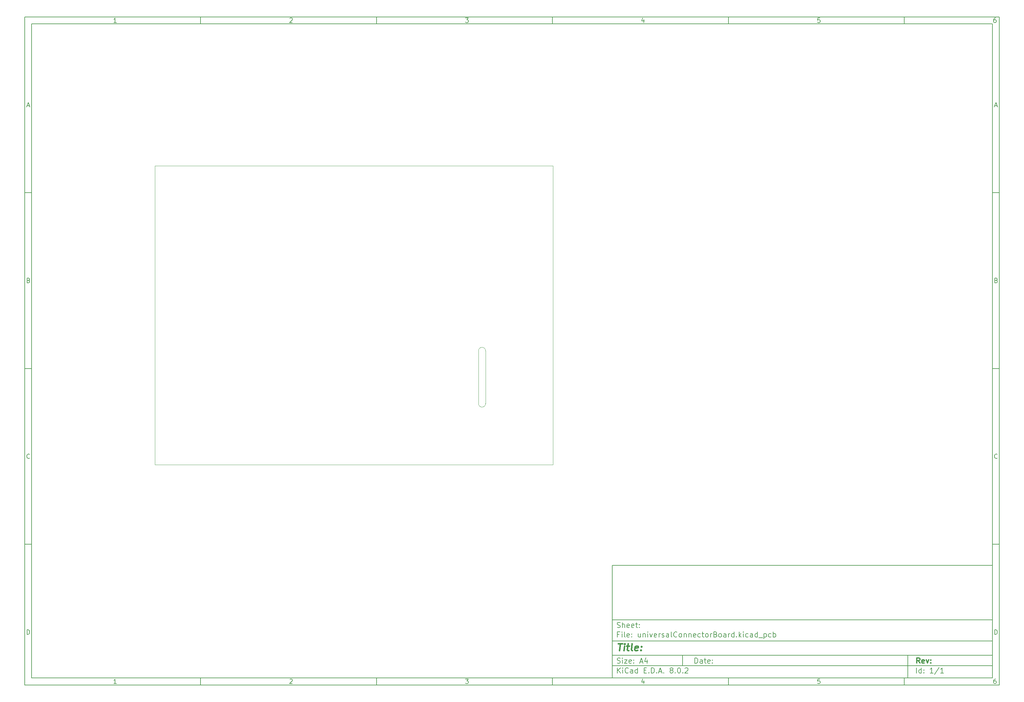
<source format=gm1>
G04 #@! TF.GenerationSoftware,KiCad,Pcbnew,8.0.2*
G04 #@! TF.CreationDate,2024-05-26T03:41:07+02:00*
G04 #@! TF.ProjectId,universalConnectorBoard,756e6976-6572-4736-916c-436f6e6e6563,rev?*
G04 #@! TF.SameCoordinates,Original*
G04 #@! TF.FileFunction,Profile,NP*
%FSLAX46Y46*%
G04 Gerber Fmt 4.6, Leading zero omitted, Abs format (unit mm)*
G04 Created by KiCad (PCBNEW 8.0.2) date 2024-05-26 03:41:07*
%MOMM*%
%LPD*%
G01*
G04 APERTURE LIST*
%ADD10C,0.100000*%
%ADD11C,0.150000*%
%ADD12C,0.300000*%
%ADD13C,0.400000*%
G04 #@! TA.AperFunction,Profile*
%ADD14C,0.100000*%
G04 #@! TD*
G04 APERTURE END LIST*
D10*
D11*
X177002200Y-166007200D02*
X285002200Y-166007200D01*
X285002200Y-198007200D01*
X177002200Y-198007200D01*
X177002200Y-166007200D01*
D10*
D11*
X10000000Y-10000000D02*
X287002200Y-10000000D01*
X287002200Y-200007200D01*
X10000000Y-200007200D01*
X10000000Y-10000000D01*
D10*
D11*
X12000000Y-12000000D02*
X285002200Y-12000000D01*
X285002200Y-198007200D01*
X12000000Y-198007200D01*
X12000000Y-12000000D01*
D10*
D11*
X60000000Y-12000000D02*
X60000000Y-10000000D01*
D10*
D11*
X110000000Y-12000000D02*
X110000000Y-10000000D01*
D10*
D11*
X160000000Y-12000000D02*
X160000000Y-10000000D01*
D10*
D11*
X210000000Y-12000000D02*
X210000000Y-10000000D01*
D10*
D11*
X260000000Y-12000000D02*
X260000000Y-10000000D01*
D10*
D11*
X36089160Y-11593604D02*
X35346303Y-11593604D01*
X35717731Y-11593604D02*
X35717731Y-10293604D01*
X35717731Y-10293604D02*
X35593922Y-10479319D01*
X35593922Y-10479319D02*
X35470112Y-10603128D01*
X35470112Y-10603128D02*
X35346303Y-10665033D01*
D10*
D11*
X85346303Y-10417414D02*
X85408207Y-10355509D01*
X85408207Y-10355509D02*
X85532017Y-10293604D01*
X85532017Y-10293604D02*
X85841541Y-10293604D01*
X85841541Y-10293604D02*
X85965350Y-10355509D01*
X85965350Y-10355509D02*
X86027255Y-10417414D01*
X86027255Y-10417414D02*
X86089160Y-10541223D01*
X86089160Y-10541223D02*
X86089160Y-10665033D01*
X86089160Y-10665033D02*
X86027255Y-10850747D01*
X86027255Y-10850747D02*
X85284398Y-11593604D01*
X85284398Y-11593604D02*
X86089160Y-11593604D01*
D10*
D11*
X135284398Y-10293604D02*
X136089160Y-10293604D01*
X136089160Y-10293604D02*
X135655826Y-10788842D01*
X135655826Y-10788842D02*
X135841541Y-10788842D01*
X135841541Y-10788842D02*
X135965350Y-10850747D01*
X135965350Y-10850747D02*
X136027255Y-10912652D01*
X136027255Y-10912652D02*
X136089160Y-11036461D01*
X136089160Y-11036461D02*
X136089160Y-11345985D01*
X136089160Y-11345985D02*
X136027255Y-11469795D01*
X136027255Y-11469795D02*
X135965350Y-11531700D01*
X135965350Y-11531700D02*
X135841541Y-11593604D01*
X135841541Y-11593604D02*
X135470112Y-11593604D01*
X135470112Y-11593604D02*
X135346303Y-11531700D01*
X135346303Y-11531700D02*
X135284398Y-11469795D01*
D10*
D11*
X185965350Y-10726938D02*
X185965350Y-11593604D01*
X185655826Y-10231700D02*
X185346303Y-11160271D01*
X185346303Y-11160271D02*
X186151064Y-11160271D01*
D10*
D11*
X236027255Y-10293604D02*
X235408207Y-10293604D01*
X235408207Y-10293604D02*
X235346303Y-10912652D01*
X235346303Y-10912652D02*
X235408207Y-10850747D01*
X235408207Y-10850747D02*
X235532017Y-10788842D01*
X235532017Y-10788842D02*
X235841541Y-10788842D01*
X235841541Y-10788842D02*
X235965350Y-10850747D01*
X235965350Y-10850747D02*
X236027255Y-10912652D01*
X236027255Y-10912652D02*
X236089160Y-11036461D01*
X236089160Y-11036461D02*
X236089160Y-11345985D01*
X236089160Y-11345985D02*
X236027255Y-11469795D01*
X236027255Y-11469795D02*
X235965350Y-11531700D01*
X235965350Y-11531700D02*
X235841541Y-11593604D01*
X235841541Y-11593604D02*
X235532017Y-11593604D01*
X235532017Y-11593604D02*
X235408207Y-11531700D01*
X235408207Y-11531700D02*
X235346303Y-11469795D01*
D10*
D11*
X285965350Y-10293604D02*
X285717731Y-10293604D01*
X285717731Y-10293604D02*
X285593922Y-10355509D01*
X285593922Y-10355509D02*
X285532017Y-10417414D01*
X285532017Y-10417414D02*
X285408207Y-10603128D01*
X285408207Y-10603128D02*
X285346303Y-10850747D01*
X285346303Y-10850747D02*
X285346303Y-11345985D01*
X285346303Y-11345985D02*
X285408207Y-11469795D01*
X285408207Y-11469795D02*
X285470112Y-11531700D01*
X285470112Y-11531700D02*
X285593922Y-11593604D01*
X285593922Y-11593604D02*
X285841541Y-11593604D01*
X285841541Y-11593604D02*
X285965350Y-11531700D01*
X285965350Y-11531700D02*
X286027255Y-11469795D01*
X286027255Y-11469795D02*
X286089160Y-11345985D01*
X286089160Y-11345985D02*
X286089160Y-11036461D01*
X286089160Y-11036461D02*
X286027255Y-10912652D01*
X286027255Y-10912652D02*
X285965350Y-10850747D01*
X285965350Y-10850747D02*
X285841541Y-10788842D01*
X285841541Y-10788842D02*
X285593922Y-10788842D01*
X285593922Y-10788842D02*
X285470112Y-10850747D01*
X285470112Y-10850747D02*
X285408207Y-10912652D01*
X285408207Y-10912652D02*
X285346303Y-11036461D01*
D10*
D11*
X60000000Y-198007200D02*
X60000000Y-200007200D01*
D10*
D11*
X110000000Y-198007200D02*
X110000000Y-200007200D01*
D10*
D11*
X160000000Y-198007200D02*
X160000000Y-200007200D01*
D10*
D11*
X210000000Y-198007200D02*
X210000000Y-200007200D01*
D10*
D11*
X260000000Y-198007200D02*
X260000000Y-200007200D01*
D10*
D11*
X36089160Y-199600804D02*
X35346303Y-199600804D01*
X35717731Y-199600804D02*
X35717731Y-198300804D01*
X35717731Y-198300804D02*
X35593922Y-198486519D01*
X35593922Y-198486519D02*
X35470112Y-198610328D01*
X35470112Y-198610328D02*
X35346303Y-198672233D01*
D10*
D11*
X85346303Y-198424614D02*
X85408207Y-198362709D01*
X85408207Y-198362709D02*
X85532017Y-198300804D01*
X85532017Y-198300804D02*
X85841541Y-198300804D01*
X85841541Y-198300804D02*
X85965350Y-198362709D01*
X85965350Y-198362709D02*
X86027255Y-198424614D01*
X86027255Y-198424614D02*
X86089160Y-198548423D01*
X86089160Y-198548423D02*
X86089160Y-198672233D01*
X86089160Y-198672233D02*
X86027255Y-198857947D01*
X86027255Y-198857947D02*
X85284398Y-199600804D01*
X85284398Y-199600804D02*
X86089160Y-199600804D01*
D10*
D11*
X135284398Y-198300804D02*
X136089160Y-198300804D01*
X136089160Y-198300804D02*
X135655826Y-198796042D01*
X135655826Y-198796042D02*
X135841541Y-198796042D01*
X135841541Y-198796042D02*
X135965350Y-198857947D01*
X135965350Y-198857947D02*
X136027255Y-198919852D01*
X136027255Y-198919852D02*
X136089160Y-199043661D01*
X136089160Y-199043661D02*
X136089160Y-199353185D01*
X136089160Y-199353185D02*
X136027255Y-199476995D01*
X136027255Y-199476995D02*
X135965350Y-199538900D01*
X135965350Y-199538900D02*
X135841541Y-199600804D01*
X135841541Y-199600804D02*
X135470112Y-199600804D01*
X135470112Y-199600804D02*
X135346303Y-199538900D01*
X135346303Y-199538900D02*
X135284398Y-199476995D01*
D10*
D11*
X185965350Y-198734138D02*
X185965350Y-199600804D01*
X185655826Y-198238900D02*
X185346303Y-199167471D01*
X185346303Y-199167471D02*
X186151064Y-199167471D01*
D10*
D11*
X236027255Y-198300804D02*
X235408207Y-198300804D01*
X235408207Y-198300804D02*
X235346303Y-198919852D01*
X235346303Y-198919852D02*
X235408207Y-198857947D01*
X235408207Y-198857947D02*
X235532017Y-198796042D01*
X235532017Y-198796042D02*
X235841541Y-198796042D01*
X235841541Y-198796042D02*
X235965350Y-198857947D01*
X235965350Y-198857947D02*
X236027255Y-198919852D01*
X236027255Y-198919852D02*
X236089160Y-199043661D01*
X236089160Y-199043661D02*
X236089160Y-199353185D01*
X236089160Y-199353185D02*
X236027255Y-199476995D01*
X236027255Y-199476995D02*
X235965350Y-199538900D01*
X235965350Y-199538900D02*
X235841541Y-199600804D01*
X235841541Y-199600804D02*
X235532017Y-199600804D01*
X235532017Y-199600804D02*
X235408207Y-199538900D01*
X235408207Y-199538900D02*
X235346303Y-199476995D01*
D10*
D11*
X285965350Y-198300804D02*
X285717731Y-198300804D01*
X285717731Y-198300804D02*
X285593922Y-198362709D01*
X285593922Y-198362709D02*
X285532017Y-198424614D01*
X285532017Y-198424614D02*
X285408207Y-198610328D01*
X285408207Y-198610328D02*
X285346303Y-198857947D01*
X285346303Y-198857947D02*
X285346303Y-199353185D01*
X285346303Y-199353185D02*
X285408207Y-199476995D01*
X285408207Y-199476995D02*
X285470112Y-199538900D01*
X285470112Y-199538900D02*
X285593922Y-199600804D01*
X285593922Y-199600804D02*
X285841541Y-199600804D01*
X285841541Y-199600804D02*
X285965350Y-199538900D01*
X285965350Y-199538900D02*
X286027255Y-199476995D01*
X286027255Y-199476995D02*
X286089160Y-199353185D01*
X286089160Y-199353185D02*
X286089160Y-199043661D01*
X286089160Y-199043661D02*
X286027255Y-198919852D01*
X286027255Y-198919852D02*
X285965350Y-198857947D01*
X285965350Y-198857947D02*
X285841541Y-198796042D01*
X285841541Y-198796042D02*
X285593922Y-198796042D01*
X285593922Y-198796042D02*
X285470112Y-198857947D01*
X285470112Y-198857947D02*
X285408207Y-198919852D01*
X285408207Y-198919852D02*
X285346303Y-199043661D01*
D10*
D11*
X10000000Y-60000000D02*
X12000000Y-60000000D01*
D10*
D11*
X10000000Y-110000000D02*
X12000000Y-110000000D01*
D10*
D11*
X10000000Y-160000000D02*
X12000000Y-160000000D01*
D10*
D11*
X10690476Y-35222176D02*
X11309523Y-35222176D01*
X10566666Y-35593604D02*
X10999999Y-34293604D01*
X10999999Y-34293604D02*
X11433333Y-35593604D01*
D10*
D11*
X11092857Y-84912652D02*
X11278571Y-84974557D01*
X11278571Y-84974557D02*
X11340476Y-85036461D01*
X11340476Y-85036461D02*
X11402380Y-85160271D01*
X11402380Y-85160271D02*
X11402380Y-85345985D01*
X11402380Y-85345985D02*
X11340476Y-85469795D01*
X11340476Y-85469795D02*
X11278571Y-85531700D01*
X11278571Y-85531700D02*
X11154761Y-85593604D01*
X11154761Y-85593604D02*
X10659523Y-85593604D01*
X10659523Y-85593604D02*
X10659523Y-84293604D01*
X10659523Y-84293604D02*
X11092857Y-84293604D01*
X11092857Y-84293604D02*
X11216666Y-84355509D01*
X11216666Y-84355509D02*
X11278571Y-84417414D01*
X11278571Y-84417414D02*
X11340476Y-84541223D01*
X11340476Y-84541223D02*
X11340476Y-84665033D01*
X11340476Y-84665033D02*
X11278571Y-84788842D01*
X11278571Y-84788842D02*
X11216666Y-84850747D01*
X11216666Y-84850747D02*
X11092857Y-84912652D01*
X11092857Y-84912652D02*
X10659523Y-84912652D01*
D10*
D11*
X11402380Y-135469795D02*
X11340476Y-135531700D01*
X11340476Y-135531700D02*
X11154761Y-135593604D01*
X11154761Y-135593604D02*
X11030952Y-135593604D01*
X11030952Y-135593604D02*
X10845238Y-135531700D01*
X10845238Y-135531700D02*
X10721428Y-135407890D01*
X10721428Y-135407890D02*
X10659523Y-135284080D01*
X10659523Y-135284080D02*
X10597619Y-135036461D01*
X10597619Y-135036461D02*
X10597619Y-134850747D01*
X10597619Y-134850747D02*
X10659523Y-134603128D01*
X10659523Y-134603128D02*
X10721428Y-134479319D01*
X10721428Y-134479319D02*
X10845238Y-134355509D01*
X10845238Y-134355509D02*
X11030952Y-134293604D01*
X11030952Y-134293604D02*
X11154761Y-134293604D01*
X11154761Y-134293604D02*
X11340476Y-134355509D01*
X11340476Y-134355509D02*
X11402380Y-134417414D01*
D10*
D11*
X10659523Y-185593604D02*
X10659523Y-184293604D01*
X10659523Y-184293604D02*
X10969047Y-184293604D01*
X10969047Y-184293604D02*
X11154761Y-184355509D01*
X11154761Y-184355509D02*
X11278571Y-184479319D01*
X11278571Y-184479319D02*
X11340476Y-184603128D01*
X11340476Y-184603128D02*
X11402380Y-184850747D01*
X11402380Y-184850747D02*
X11402380Y-185036461D01*
X11402380Y-185036461D02*
X11340476Y-185284080D01*
X11340476Y-185284080D02*
X11278571Y-185407890D01*
X11278571Y-185407890D02*
X11154761Y-185531700D01*
X11154761Y-185531700D02*
X10969047Y-185593604D01*
X10969047Y-185593604D02*
X10659523Y-185593604D01*
D10*
D11*
X287002200Y-60000000D02*
X285002200Y-60000000D01*
D10*
D11*
X287002200Y-110000000D02*
X285002200Y-110000000D01*
D10*
D11*
X287002200Y-160000000D02*
X285002200Y-160000000D01*
D10*
D11*
X285692676Y-35222176D02*
X286311723Y-35222176D01*
X285568866Y-35593604D02*
X286002199Y-34293604D01*
X286002199Y-34293604D02*
X286435533Y-35593604D01*
D10*
D11*
X286095057Y-84912652D02*
X286280771Y-84974557D01*
X286280771Y-84974557D02*
X286342676Y-85036461D01*
X286342676Y-85036461D02*
X286404580Y-85160271D01*
X286404580Y-85160271D02*
X286404580Y-85345985D01*
X286404580Y-85345985D02*
X286342676Y-85469795D01*
X286342676Y-85469795D02*
X286280771Y-85531700D01*
X286280771Y-85531700D02*
X286156961Y-85593604D01*
X286156961Y-85593604D02*
X285661723Y-85593604D01*
X285661723Y-85593604D02*
X285661723Y-84293604D01*
X285661723Y-84293604D02*
X286095057Y-84293604D01*
X286095057Y-84293604D02*
X286218866Y-84355509D01*
X286218866Y-84355509D02*
X286280771Y-84417414D01*
X286280771Y-84417414D02*
X286342676Y-84541223D01*
X286342676Y-84541223D02*
X286342676Y-84665033D01*
X286342676Y-84665033D02*
X286280771Y-84788842D01*
X286280771Y-84788842D02*
X286218866Y-84850747D01*
X286218866Y-84850747D02*
X286095057Y-84912652D01*
X286095057Y-84912652D02*
X285661723Y-84912652D01*
D10*
D11*
X286404580Y-135469795D02*
X286342676Y-135531700D01*
X286342676Y-135531700D02*
X286156961Y-135593604D01*
X286156961Y-135593604D02*
X286033152Y-135593604D01*
X286033152Y-135593604D02*
X285847438Y-135531700D01*
X285847438Y-135531700D02*
X285723628Y-135407890D01*
X285723628Y-135407890D02*
X285661723Y-135284080D01*
X285661723Y-135284080D02*
X285599819Y-135036461D01*
X285599819Y-135036461D02*
X285599819Y-134850747D01*
X285599819Y-134850747D02*
X285661723Y-134603128D01*
X285661723Y-134603128D02*
X285723628Y-134479319D01*
X285723628Y-134479319D02*
X285847438Y-134355509D01*
X285847438Y-134355509D02*
X286033152Y-134293604D01*
X286033152Y-134293604D02*
X286156961Y-134293604D01*
X286156961Y-134293604D02*
X286342676Y-134355509D01*
X286342676Y-134355509D02*
X286404580Y-134417414D01*
D10*
D11*
X285661723Y-185593604D02*
X285661723Y-184293604D01*
X285661723Y-184293604D02*
X285971247Y-184293604D01*
X285971247Y-184293604D02*
X286156961Y-184355509D01*
X286156961Y-184355509D02*
X286280771Y-184479319D01*
X286280771Y-184479319D02*
X286342676Y-184603128D01*
X286342676Y-184603128D02*
X286404580Y-184850747D01*
X286404580Y-184850747D02*
X286404580Y-185036461D01*
X286404580Y-185036461D02*
X286342676Y-185284080D01*
X286342676Y-185284080D02*
X286280771Y-185407890D01*
X286280771Y-185407890D02*
X286156961Y-185531700D01*
X286156961Y-185531700D02*
X285971247Y-185593604D01*
X285971247Y-185593604D02*
X285661723Y-185593604D01*
D10*
D11*
X200458026Y-193793328D02*
X200458026Y-192293328D01*
X200458026Y-192293328D02*
X200815169Y-192293328D01*
X200815169Y-192293328D02*
X201029455Y-192364757D01*
X201029455Y-192364757D02*
X201172312Y-192507614D01*
X201172312Y-192507614D02*
X201243741Y-192650471D01*
X201243741Y-192650471D02*
X201315169Y-192936185D01*
X201315169Y-192936185D02*
X201315169Y-193150471D01*
X201315169Y-193150471D02*
X201243741Y-193436185D01*
X201243741Y-193436185D02*
X201172312Y-193579042D01*
X201172312Y-193579042D02*
X201029455Y-193721900D01*
X201029455Y-193721900D02*
X200815169Y-193793328D01*
X200815169Y-193793328D02*
X200458026Y-193793328D01*
X202600884Y-193793328D02*
X202600884Y-193007614D01*
X202600884Y-193007614D02*
X202529455Y-192864757D01*
X202529455Y-192864757D02*
X202386598Y-192793328D01*
X202386598Y-192793328D02*
X202100884Y-192793328D01*
X202100884Y-192793328D02*
X201958026Y-192864757D01*
X202600884Y-193721900D02*
X202458026Y-193793328D01*
X202458026Y-193793328D02*
X202100884Y-193793328D01*
X202100884Y-193793328D02*
X201958026Y-193721900D01*
X201958026Y-193721900D02*
X201886598Y-193579042D01*
X201886598Y-193579042D02*
X201886598Y-193436185D01*
X201886598Y-193436185D02*
X201958026Y-193293328D01*
X201958026Y-193293328D02*
X202100884Y-193221900D01*
X202100884Y-193221900D02*
X202458026Y-193221900D01*
X202458026Y-193221900D02*
X202600884Y-193150471D01*
X203100884Y-192793328D02*
X203672312Y-192793328D01*
X203315169Y-192293328D02*
X203315169Y-193579042D01*
X203315169Y-193579042D02*
X203386598Y-193721900D01*
X203386598Y-193721900D02*
X203529455Y-193793328D01*
X203529455Y-193793328D02*
X203672312Y-193793328D01*
X204743741Y-193721900D02*
X204600884Y-193793328D01*
X204600884Y-193793328D02*
X204315170Y-193793328D01*
X204315170Y-193793328D02*
X204172312Y-193721900D01*
X204172312Y-193721900D02*
X204100884Y-193579042D01*
X204100884Y-193579042D02*
X204100884Y-193007614D01*
X204100884Y-193007614D02*
X204172312Y-192864757D01*
X204172312Y-192864757D02*
X204315170Y-192793328D01*
X204315170Y-192793328D02*
X204600884Y-192793328D01*
X204600884Y-192793328D02*
X204743741Y-192864757D01*
X204743741Y-192864757D02*
X204815170Y-193007614D01*
X204815170Y-193007614D02*
X204815170Y-193150471D01*
X204815170Y-193150471D02*
X204100884Y-193293328D01*
X205458026Y-193650471D02*
X205529455Y-193721900D01*
X205529455Y-193721900D02*
X205458026Y-193793328D01*
X205458026Y-193793328D02*
X205386598Y-193721900D01*
X205386598Y-193721900D02*
X205458026Y-193650471D01*
X205458026Y-193650471D02*
X205458026Y-193793328D01*
X205458026Y-192864757D02*
X205529455Y-192936185D01*
X205529455Y-192936185D02*
X205458026Y-193007614D01*
X205458026Y-193007614D02*
X205386598Y-192936185D01*
X205386598Y-192936185D02*
X205458026Y-192864757D01*
X205458026Y-192864757D02*
X205458026Y-193007614D01*
D10*
D11*
X177002200Y-194507200D02*
X285002200Y-194507200D01*
D10*
D11*
X178458026Y-196593328D02*
X178458026Y-195093328D01*
X179315169Y-196593328D02*
X178672312Y-195736185D01*
X179315169Y-195093328D02*
X178458026Y-195950471D01*
X179958026Y-196593328D02*
X179958026Y-195593328D01*
X179958026Y-195093328D02*
X179886598Y-195164757D01*
X179886598Y-195164757D02*
X179958026Y-195236185D01*
X179958026Y-195236185D02*
X180029455Y-195164757D01*
X180029455Y-195164757D02*
X179958026Y-195093328D01*
X179958026Y-195093328D02*
X179958026Y-195236185D01*
X181529455Y-196450471D02*
X181458027Y-196521900D01*
X181458027Y-196521900D02*
X181243741Y-196593328D01*
X181243741Y-196593328D02*
X181100884Y-196593328D01*
X181100884Y-196593328D02*
X180886598Y-196521900D01*
X180886598Y-196521900D02*
X180743741Y-196379042D01*
X180743741Y-196379042D02*
X180672312Y-196236185D01*
X180672312Y-196236185D02*
X180600884Y-195950471D01*
X180600884Y-195950471D02*
X180600884Y-195736185D01*
X180600884Y-195736185D02*
X180672312Y-195450471D01*
X180672312Y-195450471D02*
X180743741Y-195307614D01*
X180743741Y-195307614D02*
X180886598Y-195164757D01*
X180886598Y-195164757D02*
X181100884Y-195093328D01*
X181100884Y-195093328D02*
X181243741Y-195093328D01*
X181243741Y-195093328D02*
X181458027Y-195164757D01*
X181458027Y-195164757D02*
X181529455Y-195236185D01*
X182815170Y-196593328D02*
X182815170Y-195807614D01*
X182815170Y-195807614D02*
X182743741Y-195664757D01*
X182743741Y-195664757D02*
X182600884Y-195593328D01*
X182600884Y-195593328D02*
X182315170Y-195593328D01*
X182315170Y-195593328D02*
X182172312Y-195664757D01*
X182815170Y-196521900D02*
X182672312Y-196593328D01*
X182672312Y-196593328D02*
X182315170Y-196593328D01*
X182315170Y-196593328D02*
X182172312Y-196521900D01*
X182172312Y-196521900D02*
X182100884Y-196379042D01*
X182100884Y-196379042D02*
X182100884Y-196236185D01*
X182100884Y-196236185D02*
X182172312Y-196093328D01*
X182172312Y-196093328D02*
X182315170Y-196021900D01*
X182315170Y-196021900D02*
X182672312Y-196021900D01*
X182672312Y-196021900D02*
X182815170Y-195950471D01*
X184172313Y-196593328D02*
X184172313Y-195093328D01*
X184172313Y-196521900D02*
X184029455Y-196593328D01*
X184029455Y-196593328D02*
X183743741Y-196593328D01*
X183743741Y-196593328D02*
X183600884Y-196521900D01*
X183600884Y-196521900D02*
X183529455Y-196450471D01*
X183529455Y-196450471D02*
X183458027Y-196307614D01*
X183458027Y-196307614D02*
X183458027Y-195879042D01*
X183458027Y-195879042D02*
X183529455Y-195736185D01*
X183529455Y-195736185D02*
X183600884Y-195664757D01*
X183600884Y-195664757D02*
X183743741Y-195593328D01*
X183743741Y-195593328D02*
X184029455Y-195593328D01*
X184029455Y-195593328D02*
X184172313Y-195664757D01*
X186029455Y-195807614D02*
X186529455Y-195807614D01*
X186743741Y-196593328D02*
X186029455Y-196593328D01*
X186029455Y-196593328D02*
X186029455Y-195093328D01*
X186029455Y-195093328D02*
X186743741Y-195093328D01*
X187386598Y-196450471D02*
X187458027Y-196521900D01*
X187458027Y-196521900D02*
X187386598Y-196593328D01*
X187386598Y-196593328D02*
X187315170Y-196521900D01*
X187315170Y-196521900D02*
X187386598Y-196450471D01*
X187386598Y-196450471D02*
X187386598Y-196593328D01*
X188100884Y-196593328D02*
X188100884Y-195093328D01*
X188100884Y-195093328D02*
X188458027Y-195093328D01*
X188458027Y-195093328D02*
X188672313Y-195164757D01*
X188672313Y-195164757D02*
X188815170Y-195307614D01*
X188815170Y-195307614D02*
X188886599Y-195450471D01*
X188886599Y-195450471D02*
X188958027Y-195736185D01*
X188958027Y-195736185D02*
X188958027Y-195950471D01*
X188958027Y-195950471D02*
X188886599Y-196236185D01*
X188886599Y-196236185D02*
X188815170Y-196379042D01*
X188815170Y-196379042D02*
X188672313Y-196521900D01*
X188672313Y-196521900D02*
X188458027Y-196593328D01*
X188458027Y-196593328D02*
X188100884Y-196593328D01*
X189600884Y-196450471D02*
X189672313Y-196521900D01*
X189672313Y-196521900D02*
X189600884Y-196593328D01*
X189600884Y-196593328D02*
X189529456Y-196521900D01*
X189529456Y-196521900D02*
X189600884Y-196450471D01*
X189600884Y-196450471D02*
X189600884Y-196593328D01*
X190243742Y-196164757D02*
X190958028Y-196164757D01*
X190100885Y-196593328D02*
X190600885Y-195093328D01*
X190600885Y-195093328D02*
X191100885Y-196593328D01*
X191600884Y-196450471D02*
X191672313Y-196521900D01*
X191672313Y-196521900D02*
X191600884Y-196593328D01*
X191600884Y-196593328D02*
X191529456Y-196521900D01*
X191529456Y-196521900D02*
X191600884Y-196450471D01*
X191600884Y-196450471D02*
X191600884Y-196593328D01*
X193672313Y-195736185D02*
X193529456Y-195664757D01*
X193529456Y-195664757D02*
X193458027Y-195593328D01*
X193458027Y-195593328D02*
X193386599Y-195450471D01*
X193386599Y-195450471D02*
X193386599Y-195379042D01*
X193386599Y-195379042D02*
X193458027Y-195236185D01*
X193458027Y-195236185D02*
X193529456Y-195164757D01*
X193529456Y-195164757D02*
X193672313Y-195093328D01*
X193672313Y-195093328D02*
X193958027Y-195093328D01*
X193958027Y-195093328D02*
X194100885Y-195164757D01*
X194100885Y-195164757D02*
X194172313Y-195236185D01*
X194172313Y-195236185D02*
X194243742Y-195379042D01*
X194243742Y-195379042D02*
X194243742Y-195450471D01*
X194243742Y-195450471D02*
X194172313Y-195593328D01*
X194172313Y-195593328D02*
X194100885Y-195664757D01*
X194100885Y-195664757D02*
X193958027Y-195736185D01*
X193958027Y-195736185D02*
X193672313Y-195736185D01*
X193672313Y-195736185D02*
X193529456Y-195807614D01*
X193529456Y-195807614D02*
X193458027Y-195879042D01*
X193458027Y-195879042D02*
X193386599Y-196021900D01*
X193386599Y-196021900D02*
X193386599Y-196307614D01*
X193386599Y-196307614D02*
X193458027Y-196450471D01*
X193458027Y-196450471D02*
X193529456Y-196521900D01*
X193529456Y-196521900D02*
X193672313Y-196593328D01*
X193672313Y-196593328D02*
X193958027Y-196593328D01*
X193958027Y-196593328D02*
X194100885Y-196521900D01*
X194100885Y-196521900D02*
X194172313Y-196450471D01*
X194172313Y-196450471D02*
X194243742Y-196307614D01*
X194243742Y-196307614D02*
X194243742Y-196021900D01*
X194243742Y-196021900D02*
X194172313Y-195879042D01*
X194172313Y-195879042D02*
X194100885Y-195807614D01*
X194100885Y-195807614D02*
X193958027Y-195736185D01*
X194886598Y-196450471D02*
X194958027Y-196521900D01*
X194958027Y-196521900D02*
X194886598Y-196593328D01*
X194886598Y-196593328D02*
X194815170Y-196521900D01*
X194815170Y-196521900D02*
X194886598Y-196450471D01*
X194886598Y-196450471D02*
X194886598Y-196593328D01*
X195886599Y-195093328D02*
X196029456Y-195093328D01*
X196029456Y-195093328D02*
X196172313Y-195164757D01*
X196172313Y-195164757D02*
X196243742Y-195236185D01*
X196243742Y-195236185D02*
X196315170Y-195379042D01*
X196315170Y-195379042D02*
X196386599Y-195664757D01*
X196386599Y-195664757D02*
X196386599Y-196021900D01*
X196386599Y-196021900D02*
X196315170Y-196307614D01*
X196315170Y-196307614D02*
X196243742Y-196450471D01*
X196243742Y-196450471D02*
X196172313Y-196521900D01*
X196172313Y-196521900D02*
X196029456Y-196593328D01*
X196029456Y-196593328D02*
X195886599Y-196593328D01*
X195886599Y-196593328D02*
X195743742Y-196521900D01*
X195743742Y-196521900D02*
X195672313Y-196450471D01*
X195672313Y-196450471D02*
X195600884Y-196307614D01*
X195600884Y-196307614D02*
X195529456Y-196021900D01*
X195529456Y-196021900D02*
X195529456Y-195664757D01*
X195529456Y-195664757D02*
X195600884Y-195379042D01*
X195600884Y-195379042D02*
X195672313Y-195236185D01*
X195672313Y-195236185D02*
X195743742Y-195164757D01*
X195743742Y-195164757D02*
X195886599Y-195093328D01*
X197029455Y-196450471D02*
X197100884Y-196521900D01*
X197100884Y-196521900D02*
X197029455Y-196593328D01*
X197029455Y-196593328D02*
X196958027Y-196521900D01*
X196958027Y-196521900D02*
X197029455Y-196450471D01*
X197029455Y-196450471D02*
X197029455Y-196593328D01*
X197672313Y-195236185D02*
X197743741Y-195164757D01*
X197743741Y-195164757D02*
X197886599Y-195093328D01*
X197886599Y-195093328D02*
X198243741Y-195093328D01*
X198243741Y-195093328D02*
X198386599Y-195164757D01*
X198386599Y-195164757D02*
X198458027Y-195236185D01*
X198458027Y-195236185D02*
X198529456Y-195379042D01*
X198529456Y-195379042D02*
X198529456Y-195521900D01*
X198529456Y-195521900D02*
X198458027Y-195736185D01*
X198458027Y-195736185D02*
X197600884Y-196593328D01*
X197600884Y-196593328D02*
X198529456Y-196593328D01*
D10*
D11*
X177002200Y-191507200D02*
X285002200Y-191507200D01*
D10*
D12*
X264413853Y-193785528D02*
X263913853Y-193071242D01*
X263556710Y-193785528D02*
X263556710Y-192285528D01*
X263556710Y-192285528D02*
X264128139Y-192285528D01*
X264128139Y-192285528D02*
X264270996Y-192356957D01*
X264270996Y-192356957D02*
X264342425Y-192428385D01*
X264342425Y-192428385D02*
X264413853Y-192571242D01*
X264413853Y-192571242D02*
X264413853Y-192785528D01*
X264413853Y-192785528D02*
X264342425Y-192928385D01*
X264342425Y-192928385D02*
X264270996Y-192999814D01*
X264270996Y-192999814D02*
X264128139Y-193071242D01*
X264128139Y-193071242D02*
X263556710Y-193071242D01*
X265628139Y-193714100D02*
X265485282Y-193785528D01*
X265485282Y-193785528D02*
X265199568Y-193785528D01*
X265199568Y-193785528D02*
X265056710Y-193714100D01*
X265056710Y-193714100D02*
X264985282Y-193571242D01*
X264985282Y-193571242D02*
X264985282Y-192999814D01*
X264985282Y-192999814D02*
X265056710Y-192856957D01*
X265056710Y-192856957D02*
X265199568Y-192785528D01*
X265199568Y-192785528D02*
X265485282Y-192785528D01*
X265485282Y-192785528D02*
X265628139Y-192856957D01*
X265628139Y-192856957D02*
X265699568Y-192999814D01*
X265699568Y-192999814D02*
X265699568Y-193142671D01*
X265699568Y-193142671D02*
X264985282Y-193285528D01*
X266199567Y-192785528D02*
X266556710Y-193785528D01*
X266556710Y-193785528D02*
X266913853Y-192785528D01*
X267485281Y-193642671D02*
X267556710Y-193714100D01*
X267556710Y-193714100D02*
X267485281Y-193785528D01*
X267485281Y-193785528D02*
X267413853Y-193714100D01*
X267413853Y-193714100D02*
X267485281Y-193642671D01*
X267485281Y-193642671D02*
X267485281Y-193785528D01*
X267485281Y-192856957D02*
X267556710Y-192928385D01*
X267556710Y-192928385D02*
X267485281Y-192999814D01*
X267485281Y-192999814D02*
X267413853Y-192928385D01*
X267413853Y-192928385D02*
X267485281Y-192856957D01*
X267485281Y-192856957D02*
X267485281Y-192999814D01*
D10*
D11*
X178386598Y-193721900D02*
X178600884Y-193793328D01*
X178600884Y-193793328D02*
X178958026Y-193793328D01*
X178958026Y-193793328D02*
X179100884Y-193721900D01*
X179100884Y-193721900D02*
X179172312Y-193650471D01*
X179172312Y-193650471D02*
X179243741Y-193507614D01*
X179243741Y-193507614D02*
X179243741Y-193364757D01*
X179243741Y-193364757D02*
X179172312Y-193221900D01*
X179172312Y-193221900D02*
X179100884Y-193150471D01*
X179100884Y-193150471D02*
X178958026Y-193079042D01*
X178958026Y-193079042D02*
X178672312Y-193007614D01*
X178672312Y-193007614D02*
X178529455Y-192936185D01*
X178529455Y-192936185D02*
X178458026Y-192864757D01*
X178458026Y-192864757D02*
X178386598Y-192721900D01*
X178386598Y-192721900D02*
X178386598Y-192579042D01*
X178386598Y-192579042D02*
X178458026Y-192436185D01*
X178458026Y-192436185D02*
X178529455Y-192364757D01*
X178529455Y-192364757D02*
X178672312Y-192293328D01*
X178672312Y-192293328D02*
X179029455Y-192293328D01*
X179029455Y-192293328D02*
X179243741Y-192364757D01*
X179886597Y-193793328D02*
X179886597Y-192793328D01*
X179886597Y-192293328D02*
X179815169Y-192364757D01*
X179815169Y-192364757D02*
X179886597Y-192436185D01*
X179886597Y-192436185D02*
X179958026Y-192364757D01*
X179958026Y-192364757D02*
X179886597Y-192293328D01*
X179886597Y-192293328D02*
X179886597Y-192436185D01*
X180458026Y-192793328D02*
X181243741Y-192793328D01*
X181243741Y-192793328D02*
X180458026Y-193793328D01*
X180458026Y-193793328D02*
X181243741Y-193793328D01*
X182386598Y-193721900D02*
X182243741Y-193793328D01*
X182243741Y-193793328D02*
X181958027Y-193793328D01*
X181958027Y-193793328D02*
X181815169Y-193721900D01*
X181815169Y-193721900D02*
X181743741Y-193579042D01*
X181743741Y-193579042D02*
X181743741Y-193007614D01*
X181743741Y-193007614D02*
X181815169Y-192864757D01*
X181815169Y-192864757D02*
X181958027Y-192793328D01*
X181958027Y-192793328D02*
X182243741Y-192793328D01*
X182243741Y-192793328D02*
X182386598Y-192864757D01*
X182386598Y-192864757D02*
X182458027Y-193007614D01*
X182458027Y-193007614D02*
X182458027Y-193150471D01*
X182458027Y-193150471D02*
X181743741Y-193293328D01*
X183100883Y-193650471D02*
X183172312Y-193721900D01*
X183172312Y-193721900D02*
X183100883Y-193793328D01*
X183100883Y-193793328D02*
X183029455Y-193721900D01*
X183029455Y-193721900D02*
X183100883Y-193650471D01*
X183100883Y-193650471D02*
X183100883Y-193793328D01*
X183100883Y-192864757D02*
X183172312Y-192936185D01*
X183172312Y-192936185D02*
X183100883Y-193007614D01*
X183100883Y-193007614D02*
X183029455Y-192936185D01*
X183029455Y-192936185D02*
X183100883Y-192864757D01*
X183100883Y-192864757D02*
X183100883Y-193007614D01*
X184886598Y-193364757D02*
X185600884Y-193364757D01*
X184743741Y-193793328D02*
X185243741Y-192293328D01*
X185243741Y-192293328D02*
X185743741Y-193793328D01*
X186886598Y-192793328D02*
X186886598Y-193793328D01*
X186529455Y-192221900D02*
X186172312Y-193293328D01*
X186172312Y-193293328D02*
X187100883Y-193293328D01*
D10*
D11*
X263458026Y-196593328D02*
X263458026Y-195093328D01*
X264815170Y-196593328D02*
X264815170Y-195093328D01*
X264815170Y-196521900D02*
X264672312Y-196593328D01*
X264672312Y-196593328D02*
X264386598Y-196593328D01*
X264386598Y-196593328D02*
X264243741Y-196521900D01*
X264243741Y-196521900D02*
X264172312Y-196450471D01*
X264172312Y-196450471D02*
X264100884Y-196307614D01*
X264100884Y-196307614D02*
X264100884Y-195879042D01*
X264100884Y-195879042D02*
X264172312Y-195736185D01*
X264172312Y-195736185D02*
X264243741Y-195664757D01*
X264243741Y-195664757D02*
X264386598Y-195593328D01*
X264386598Y-195593328D02*
X264672312Y-195593328D01*
X264672312Y-195593328D02*
X264815170Y-195664757D01*
X265529455Y-196450471D02*
X265600884Y-196521900D01*
X265600884Y-196521900D02*
X265529455Y-196593328D01*
X265529455Y-196593328D02*
X265458027Y-196521900D01*
X265458027Y-196521900D02*
X265529455Y-196450471D01*
X265529455Y-196450471D02*
X265529455Y-196593328D01*
X265529455Y-195664757D02*
X265600884Y-195736185D01*
X265600884Y-195736185D02*
X265529455Y-195807614D01*
X265529455Y-195807614D02*
X265458027Y-195736185D01*
X265458027Y-195736185D02*
X265529455Y-195664757D01*
X265529455Y-195664757D02*
X265529455Y-195807614D01*
X268172313Y-196593328D02*
X267315170Y-196593328D01*
X267743741Y-196593328D02*
X267743741Y-195093328D01*
X267743741Y-195093328D02*
X267600884Y-195307614D01*
X267600884Y-195307614D02*
X267458027Y-195450471D01*
X267458027Y-195450471D02*
X267315170Y-195521900D01*
X269886598Y-195021900D02*
X268600884Y-196950471D01*
X271172313Y-196593328D02*
X270315170Y-196593328D01*
X270743741Y-196593328D02*
X270743741Y-195093328D01*
X270743741Y-195093328D02*
X270600884Y-195307614D01*
X270600884Y-195307614D02*
X270458027Y-195450471D01*
X270458027Y-195450471D02*
X270315170Y-195521900D01*
D10*
D11*
X177002200Y-187507200D02*
X285002200Y-187507200D01*
D10*
D13*
X178693928Y-188211638D02*
X179836785Y-188211638D01*
X179015357Y-190211638D02*
X179265357Y-188211638D01*
X180253452Y-190211638D02*
X180420119Y-188878304D01*
X180503452Y-188211638D02*
X180396309Y-188306876D01*
X180396309Y-188306876D02*
X180479643Y-188402114D01*
X180479643Y-188402114D02*
X180586786Y-188306876D01*
X180586786Y-188306876D02*
X180503452Y-188211638D01*
X180503452Y-188211638D02*
X180479643Y-188402114D01*
X181086786Y-188878304D02*
X181848690Y-188878304D01*
X181455833Y-188211638D02*
X181241548Y-189925923D01*
X181241548Y-189925923D02*
X181312976Y-190116400D01*
X181312976Y-190116400D02*
X181491548Y-190211638D01*
X181491548Y-190211638D02*
X181682024Y-190211638D01*
X182634405Y-190211638D02*
X182455833Y-190116400D01*
X182455833Y-190116400D02*
X182384405Y-189925923D01*
X182384405Y-189925923D02*
X182598690Y-188211638D01*
X184170119Y-190116400D02*
X183967738Y-190211638D01*
X183967738Y-190211638D02*
X183586785Y-190211638D01*
X183586785Y-190211638D02*
X183408214Y-190116400D01*
X183408214Y-190116400D02*
X183336785Y-189925923D01*
X183336785Y-189925923D02*
X183432024Y-189164019D01*
X183432024Y-189164019D02*
X183551071Y-188973542D01*
X183551071Y-188973542D02*
X183753452Y-188878304D01*
X183753452Y-188878304D02*
X184134404Y-188878304D01*
X184134404Y-188878304D02*
X184312976Y-188973542D01*
X184312976Y-188973542D02*
X184384404Y-189164019D01*
X184384404Y-189164019D02*
X184360595Y-189354495D01*
X184360595Y-189354495D02*
X183384404Y-189544971D01*
X185134405Y-190021161D02*
X185217738Y-190116400D01*
X185217738Y-190116400D02*
X185110595Y-190211638D01*
X185110595Y-190211638D02*
X185027262Y-190116400D01*
X185027262Y-190116400D02*
X185134405Y-190021161D01*
X185134405Y-190021161D02*
X185110595Y-190211638D01*
X185265357Y-188973542D02*
X185348690Y-189068780D01*
X185348690Y-189068780D02*
X185241548Y-189164019D01*
X185241548Y-189164019D02*
X185158214Y-189068780D01*
X185158214Y-189068780D02*
X185265357Y-188973542D01*
X185265357Y-188973542D02*
X185241548Y-189164019D01*
D10*
D11*
X178958026Y-185607614D02*
X178458026Y-185607614D01*
X178458026Y-186393328D02*
X178458026Y-184893328D01*
X178458026Y-184893328D02*
X179172312Y-184893328D01*
X179743740Y-186393328D02*
X179743740Y-185393328D01*
X179743740Y-184893328D02*
X179672312Y-184964757D01*
X179672312Y-184964757D02*
X179743740Y-185036185D01*
X179743740Y-185036185D02*
X179815169Y-184964757D01*
X179815169Y-184964757D02*
X179743740Y-184893328D01*
X179743740Y-184893328D02*
X179743740Y-185036185D01*
X180672312Y-186393328D02*
X180529455Y-186321900D01*
X180529455Y-186321900D02*
X180458026Y-186179042D01*
X180458026Y-186179042D02*
X180458026Y-184893328D01*
X181815169Y-186321900D02*
X181672312Y-186393328D01*
X181672312Y-186393328D02*
X181386598Y-186393328D01*
X181386598Y-186393328D02*
X181243740Y-186321900D01*
X181243740Y-186321900D02*
X181172312Y-186179042D01*
X181172312Y-186179042D02*
X181172312Y-185607614D01*
X181172312Y-185607614D02*
X181243740Y-185464757D01*
X181243740Y-185464757D02*
X181386598Y-185393328D01*
X181386598Y-185393328D02*
X181672312Y-185393328D01*
X181672312Y-185393328D02*
X181815169Y-185464757D01*
X181815169Y-185464757D02*
X181886598Y-185607614D01*
X181886598Y-185607614D02*
X181886598Y-185750471D01*
X181886598Y-185750471D02*
X181172312Y-185893328D01*
X182529454Y-186250471D02*
X182600883Y-186321900D01*
X182600883Y-186321900D02*
X182529454Y-186393328D01*
X182529454Y-186393328D02*
X182458026Y-186321900D01*
X182458026Y-186321900D02*
X182529454Y-186250471D01*
X182529454Y-186250471D02*
X182529454Y-186393328D01*
X182529454Y-185464757D02*
X182600883Y-185536185D01*
X182600883Y-185536185D02*
X182529454Y-185607614D01*
X182529454Y-185607614D02*
X182458026Y-185536185D01*
X182458026Y-185536185D02*
X182529454Y-185464757D01*
X182529454Y-185464757D02*
X182529454Y-185607614D01*
X185029455Y-185393328D02*
X185029455Y-186393328D01*
X184386597Y-185393328D02*
X184386597Y-186179042D01*
X184386597Y-186179042D02*
X184458026Y-186321900D01*
X184458026Y-186321900D02*
X184600883Y-186393328D01*
X184600883Y-186393328D02*
X184815169Y-186393328D01*
X184815169Y-186393328D02*
X184958026Y-186321900D01*
X184958026Y-186321900D02*
X185029455Y-186250471D01*
X185743740Y-185393328D02*
X185743740Y-186393328D01*
X185743740Y-185536185D02*
X185815169Y-185464757D01*
X185815169Y-185464757D02*
X185958026Y-185393328D01*
X185958026Y-185393328D02*
X186172312Y-185393328D01*
X186172312Y-185393328D02*
X186315169Y-185464757D01*
X186315169Y-185464757D02*
X186386598Y-185607614D01*
X186386598Y-185607614D02*
X186386598Y-186393328D01*
X187100883Y-186393328D02*
X187100883Y-185393328D01*
X187100883Y-184893328D02*
X187029455Y-184964757D01*
X187029455Y-184964757D02*
X187100883Y-185036185D01*
X187100883Y-185036185D02*
X187172312Y-184964757D01*
X187172312Y-184964757D02*
X187100883Y-184893328D01*
X187100883Y-184893328D02*
X187100883Y-185036185D01*
X187672312Y-185393328D02*
X188029455Y-186393328D01*
X188029455Y-186393328D02*
X188386598Y-185393328D01*
X189529455Y-186321900D02*
X189386598Y-186393328D01*
X189386598Y-186393328D02*
X189100884Y-186393328D01*
X189100884Y-186393328D02*
X188958026Y-186321900D01*
X188958026Y-186321900D02*
X188886598Y-186179042D01*
X188886598Y-186179042D02*
X188886598Y-185607614D01*
X188886598Y-185607614D02*
X188958026Y-185464757D01*
X188958026Y-185464757D02*
X189100884Y-185393328D01*
X189100884Y-185393328D02*
X189386598Y-185393328D01*
X189386598Y-185393328D02*
X189529455Y-185464757D01*
X189529455Y-185464757D02*
X189600884Y-185607614D01*
X189600884Y-185607614D02*
X189600884Y-185750471D01*
X189600884Y-185750471D02*
X188886598Y-185893328D01*
X190243740Y-186393328D02*
X190243740Y-185393328D01*
X190243740Y-185679042D02*
X190315169Y-185536185D01*
X190315169Y-185536185D02*
X190386598Y-185464757D01*
X190386598Y-185464757D02*
X190529455Y-185393328D01*
X190529455Y-185393328D02*
X190672312Y-185393328D01*
X191100883Y-186321900D02*
X191243740Y-186393328D01*
X191243740Y-186393328D02*
X191529454Y-186393328D01*
X191529454Y-186393328D02*
X191672311Y-186321900D01*
X191672311Y-186321900D02*
X191743740Y-186179042D01*
X191743740Y-186179042D02*
X191743740Y-186107614D01*
X191743740Y-186107614D02*
X191672311Y-185964757D01*
X191672311Y-185964757D02*
X191529454Y-185893328D01*
X191529454Y-185893328D02*
X191315169Y-185893328D01*
X191315169Y-185893328D02*
X191172311Y-185821900D01*
X191172311Y-185821900D02*
X191100883Y-185679042D01*
X191100883Y-185679042D02*
X191100883Y-185607614D01*
X191100883Y-185607614D02*
X191172311Y-185464757D01*
X191172311Y-185464757D02*
X191315169Y-185393328D01*
X191315169Y-185393328D02*
X191529454Y-185393328D01*
X191529454Y-185393328D02*
X191672311Y-185464757D01*
X193029455Y-186393328D02*
X193029455Y-185607614D01*
X193029455Y-185607614D02*
X192958026Y-185464757D01*
X192958026Y-185464757D02*
X192815169Y-185393328D01*
X192815169Y-185393328D02*
X192529455Y-185393328D01*
X192529455Y-185393328D02*
X192386597Y-185464757D01*
X193029455Y-186321900D02*
X192886597Y-186393328D01*
X192886597Y-186393328D02*
X192529455Y-186393328D01*
X192529455Y-186393328D02*
X192386597Y-186321900D01*
X192386597Y-186321900D02*
X192315169Y-186179042D01*
X192315169Y-186179042D02*
X192315169Y-186036185D01*
X192315169Y-186036185D02*
X192386597Y-185893328D01*
X192386597Y-185893328D02*
X192529455Y-185821900D01*
X192529455Y-185821900D02*
X192886597Y-185821900D01*
X192886597Y-185821900D02*
X193029455Y-185750471D01*
X193958026Y-186393328D02*
X193815169Y-186321900D01*
X193815169Y-186321900D02*
X193743740Y-186179042D01*
X193743740Y-186179042D02*
X193743740Y-184893328D01*
X195386597Y-186250471D02*
X195315169Y-186321900D01*
X195315169Y-186321900D02*
X195100883Y-186393328D01*
X195100883Y-186393328D02*
X194958026Y-186393328D01*
X194958026Y-186393328D02*
X194743740Y-186321900D01*
X194743740Y-186321900D02*
X194600883Y-186179042D01*
X194600883Y-186179042D02*
X194529454Y-186036185D01*
X194529454Y-186036185D02*
X194458026Y-185750471D01*
X194458026Y-185750471D02*
X194458026Y-185536185D01*
X194458026Y-185536185D02*
X194529454Y-185250471D01*
X194529454Y-185250471D02*
X194600883Y-185107614D01*
X194600883Y-185107614D02*
X194743740Y-184964757D01*
X194743740Y-184964757D02*
X194958026Y-184893328D01*
X194958026Y-184893328D02*
X195100883Y-184893328D01*
X195100883Y-184893328D02*
X195315169Y-184964757D01*
X195315169Y-184964757D02*
X195386597Y-185036185D01*
X196243740Y-186393328D02*
X196100883Y-186321900D01*
X196100883Y-186321900D02*
X196029454Y-186250471D01*
X196029454Y-186250471D02*
X195958026Y-186107614D01*
X195958026Y-186107614D02*
X195958026Y-185679042D01*
X195958026Y-185679042D02*
X196029454Y-185536185D01*
X196029454Y-185536185D02*
X196100883Y-185464757D01*
X196100883Y-185464757D02*
X196243740Y-185393328D01*
X196243740Y-185393328D02*
X196458026Y-185393328D01*
X196458026Y-185393328D02*
X196600883Y-185464757D01*
X196600883Y-185464757D02*
X196672312Y-185536185D01*
X196672312Y-185536185D02*
X196743740Y-185679042D01*
X196743740Y-185679042D02*
X196743740Y-186107614D01*
X196743740Y-186107614D02*
X196672312Y-186250471D01*
X196672312Y-186250471D02*
X196600883Y-186321900D01*
X196600883Y-186321900D02*
X196458026Y-186393328D01*
X196458026Y-186393328D02*
X196243740Y-186393328D01*
X197386597Y-185393328D02*
X197386597Y-186393328D01*
X197386597Y-185536185D02*
X197458026Y-185464757D01*
X197458026Y-185464757D02*
X197600883Y-185393328D01*
X197600883Y-185393328D02*
X197815169Y-185393328D01*
X197815169Y-185393328D02*
X197958026Y-185464757D01*
X197958026Y-185464757D02*
X198029455Y-185607614D01*
X198029455Y-185607614D02*
X198029455Y-186393328D01*
X198743740Y-185393328D02*
X198743740Y-186393328D01*
X198743740Y-185536185D02*
X198815169Y-185464757D01*
X198815169Y-185464757D02*
X198958026Y-185393328D01*
X198958026Y-185393328D02*
X199172312Y-185393328D01*
X199172312Y-185393328D02*
X199315169Y-185464757D01*
X199315169Y-185464757D02*
X199386598Y-185607614D01*
X199386598Y-185607614D02*
X199386598Y-186393328D01*
X200672312Y-186321900D02*
X200529455Y-186393328D01*
X200529455Y-186393328D02*
X200243741Y-186393328D01*
X200243741Y-186393328D02*
X200100883Y-186321900D01*
X200100883Y-186321900D02*
X200029455Y-186179042D01*
X200029455Y-186179042D02*
X200029455Y-185607614D01*
X200029455Y-185607614D02*
X200100883Y-185464757D01*
X200100883Y-185464757D02*
X200243741Y-185393328D01*
X200243741Y-185393328D02*
X200529455Y-185393328D01*
X200529455Y-185393328D02*
X200672312Y-185464757D01*
X200672312Y-185464757D02*
X200743741Y-185607614D01*
X200743741Y-185607614D02*
X200743741Y-185750471D01*
X200743741Y-185750471D02*
X200029455Y-185893328D01*
X202029455Y-186321900D02*
X201886597Y-186393328D01*
X201886597Y-186393328D02*
X201600883Y-186393328D01*
X201600883Y-186393328D02*
X201458026Y-186321900D01*
X201458026Y-186321900D02*
X201386597Y-186250471D01*
X201386597Y-186250471D02*
X201315169Y-186107614D01*
X201315169Y-186107614D02*
X201315169Y-185679042D01*
X201315169Y-185679042D02*
X201386597Y-185536185D01*
X201386597Y-185536185D02*
X201458026Y-185464757D01*
X201458026Y-185464757D02*
X201600883Y-185393328D01*
X201600883Y-185393328D02*
X201886597Y-185393328D01*
X201886597Y-185393328D02*
X202029455Y-185464757D01*
X202458026Y-185393328D02*
X203029454Y-185393328D01*
X202672311Y-184893328D02*
X202672311Y-186179042D01*
X202672311Y-186179042D02*
X202743740Y-186321900D01*
X202743740Y-186321900D02*
X202886597Y-186393328D01*
X202886597Y-186393328D02*
X203029454Y-186393328D01*
X203743740Y-186393328D02*
X203600883Y-186321900D01*
X203600883Y-186321900D02*
X203529454Y-186250471D01*
X203529454Y-186250471D02*
X203458026Y-186107614D01*
X203458026Y-186107614D02*
X203458026Y-185679042D01*
X203458026Y-185679042D02*
X203529454Y-185536185D01*
X203529454Y-185536185D02*
X203600883Y-185464757D01*
X203600883Y-185464757D02*
X203743740Y-185393328D01*
X203743740Y-185393328D02*
X203958026Y-185393328D01*
X203958026Y-185393328D02*
X204100883Y-185464757D01*
X204100883Y-185464757D02*
X204172312Y-185536185D01*
X204172312Y-185536185D02*
X204243740Y-185679042D01*
X204243740Y-185679042D02*
X204243740Y-186107614D01*
X204243740Y-186107614D02*
X204172312Y-186250471D01*
X204172312Y-186250471D02*
X204100883Y-186321900D01*
X204100883Y-186321900D02*
X203958026Y-186393328D01*
X203958026Y-186393328D02*
X203743740Y-186393328D01*
X204886597Y-186393328D02*
X204886597Y-185393328D01*
X204886597Y-185679042D02*
X204958026Y-185536185D01*
X204958026Y-185536185D02*
X205029455Y-185464757D01*
X205029455Y-185464757D02*
X205172312Y-185393328D01*
X205172312Y-185393328D02*
X205315169Y-185393328D01*
X206315168Y-185607614D02*
X206529454Y-185679042D01*
X206529454Y-185679042D02*
X206600883Y-185750471D01*
X206600883Y-185750471D02*
X206672311Y-185893328D01*
X206672311Y-185893328D02*
X206672311Y-186107614D01*
X206672311Y-186107614D02*
X206600883Y-186250471D01*
X206600883Y-186250471D02*
X206529454Y-186321900D01*
X206529454Y-186321900D02*
X206386597Y-186393328D01*
X206386597Y-186393328D02*
X205815168Y-186393328D01*
X205815168Y-186393328D02*
X205815168Y-184893328D01*
X205815168Y-184893328D02*
X206315168Y-184893328D01*
X206315168Y-184893328D02*
X206458026Y-184964757D01*
X206458026Y-184964757D02*
X206529454Y-185036185D01*
X206529454Y-185036185D02*
X206600883Y-185179042D01*
X206600883Y-185179042D02*
X206600883Y-185321900D01*
X206600883Y-185321900D02*
X206529454Y-185464757D01*
X206529454Y-185464757D02*
X206458026Y-185536185D01*
X206458026Y-185536185D02*
X206315168Y-185607614D01*
X206315168Y-185607614D02*
X205815168Y-185607614D01*
X207529454Y-186393328D02*
X207386597Y-186321900D01*
X207386597Y-186321900D02*
X207315168Y-186250471D01*
X207315168Y-186250471D02*
X207243740Y-186107614D01*
X207243740Y-186107614D02*
X207243740Y-185679042D01*
X207243740Y-185679042D02*
X207315168Y-185536185D01*
X207315168Y-185536185D02*
X207386597Y-185464757D01*
X207386597Y-185464757D02*
X207529454Y-185393328D01*
X207529454Y-185393328D02*
X207743740Y-185393328D01*
X207743740Y-185393328D02*
X207886597Y-185464757D01*
X207886597Y-185464757D02*
X207958026Y-185536185D01*
X207958026Y-185536185D02*
X208029454Y-185679042D01*
X208029454Y-185679042D02*
X208029454Y-186107614D01*
X208029454Y-186107614D02*
X207958026Y-186250471D01*
X207958026Y-186250471D02*
X207886597Y-186321900D01*
X207886597Y-186321900D02*
X207743740Y-186393328D01*
X207743740Y-186393328D02*
X207529454Y-186393328D01*
X209315169Y-186393328D02*
X209315169Y-185607614D01*
X209315169Y-185607614D02*
X209243740Y-185464757D01*
X209243740Y-185464757D02*
X209100883Y-185393328D01*
X209100883Y-185393328D02*
X208815169Y-185393328D01*
X208815169Y-185393328D02*
X208672311Y-185464757D01*
X209315169Y-186321900D02*
X209172311Y-186393328D01*
X209172311Y-186393328D02*
X208815169Y-186393328D01*
X208815169Y-186393328D02*
X208672311Y-186321900D01*
X208672311Y-186321900D02*
X208600883Y-186179042D01*
X208600883Y-186179042D02*
X208600883Y-186036185D01*
X208600883Y-186036185D02*
X208672311Y-185893328D01*
X208672311Y-185893328D02*
X208815169Y-185821900D01*
X208815169Y-185821900D02*
X209172311Y-185821900D01*
X209172311Y-185821900D02*
X209315169Y-185750471D01*
X210029454Y-186393328D02*
X210029454Y-185393328D01*
X210029454Y-185679042D02*
X210100883Y-185536185D01*
X210100883Y-185536185D02*
X210172312Y-185464757D01*
X210172312Y-185464757D02*
X210315169Y-185393328D01*
X210315169Y-185393328D02*
X210458026Y-185393328D01*
X211600883Y-186393328D02*
X211600883Y-184893328D01*
X211600883Y-186321900D02*
X211458025Y-186393328D01*
X211458025Y-186393328D02*
X211172311Y-186393328D01*
X211172311Y-186393328D02*
X211029454Y-186321900D01*
X211029454Y-186321900D02*
X210958025Y-186250471D01*
X210958025Y-186250471D02*
X210886597Y-186107614D01*
X210886597Y-186107614D02*
X210886597Y-185679042D01*
X210886597Y-185679042D02*
X210958025Y-185536185D01*
X210958025Y-185536185D02*
X211029454Y-185464757D01*
X211029454Y-185464757D02*
X211172311Y-185393328D01*
X211172311Y-185393328D02*
X211458025Y-185393328D01*
X211458025Y-185393328D02*
X211600883Y-185464757D01*
X212315168Y-186250471D02*
X212386597Y-186321900D01*
X212386597Y-186321900D02*
X212315168Y-186393328D01*
X212315168Y-186393328D02*
X212243740Y-186321900D01*
X212243740Y-186321900D02*
X212315168Y-186250471D01*
X212315168Y-186250471D02*
X212315168Y-186393328D01*
X213029454Y-186393328D02*
X213029454Y-184893328D01*
X213172312Y-185821900D02*
X213600883Y-186393328D01*
X213600883Y-185393328D02*
X213029454Y-185964757D01*
X214243740Y-186393328D02*
X214243740Y-185393328D01*
X214243740Y-184893328D02*
X214172312Y-184964757D01*
X214172312Y-184964757D02*
X214243740Y-185036185D01*
X214243740Y-185036185D02*
X214315169Y-184964757D01*
X214315169Y-184964757D02*
X214243740Y-184893328D01*
X214243740Y-184893328D02*
X214243740Y-185036185D01*
X215600884Y-186321900D02*
X215458026Y-186393328D01*
X215458026Y-186393328D02*
X215172312Y-186393328D01*
X215172312Y-186393328D02*
X215029455Y-186321900D01*
X215029455Y-186321900D02*
X214958026Y-186250471D01*
X214958026Y-186250471D02*
X214886598Y-186107614D01*
X214886598Y-186107614D02*
X214886598Y-185679042D01*
X214886598Y-185679042D02*
X214958026Y-185536185D01*
X214958026Y-185536185D02*
X215029455Y-185464757D01*
X215029455Y-185464757D02*
X215172312Y-185393328D01*
X215172312Y-185393328D02*
X215458026Y-185393328D01*
X215458026Y-185393328D02*
X215600884Y-185464757D01*
X216886598Y-186393328D02*
X216886598Y-185607614D01*
X216886598Y-185607614D02*
X216815169Y-185464757D01*
X216815169Y-185464757D02*
X216672312Y-185393328D01*
X216672312Y-185393328D02*
X216386598Y-185393328D01*
X216386598Y-185393328D02*
X216243740Y-185464757D01*
X216886598Y-186321900D02*
X216743740Y-186393328D01*
X216743740Y-186393328D02*
X216386598Y-186393328D01*
X216386598Y-186393328D02*
X216243740Y-186321900D01*
X216243740Y-186321900D02*
X216172312Y-186179042D01*
X216172312Y-186179042D02*
X216172312Y-186036185D01*
X216172312Y-186036185D02*
X216243740Y-185893328D01*
X216243740Y-185893328D02*
X216386598Y-185821900D01*
X216386598Y-185821900D02*
X216743740Y-185821900D01*
X216743740Y-185821900D02*
X216886598Y-185750471D01*
X218243741Y-186393328D02*
X218243741Y-184893328D01*
X218243741Y-186321900D02*
X218100883Y-186393328D01*
X218100883Y-186393328D02*
X217815169Y-186393328D01*
X217815169Y-186393328D02*
X217672312Y-186321900D01*
X217672312Y-186321900D02*
X217600883Y-186250471D01*
X217600883Y-186250471D02*
X217529455Y-186107614D01*
X217529455Y-186107614D02*
X217529455Y-185679042D01*
X217529455Y-185679042D02*
X217600883Y-185536185D01*
X217600883Y-185536185D02*
X217672312Y-185464757D01*
X217672312Y-185464757D02*
X217815169Y-185393328D01*
X217815169Y-185393328D02*
X218100883Y-185393328D01*
X218100883Y-185393328D02*
X218243741Y-185464757D01*
X218600884Y-186536185D02*
X219743741Y-186536185D01*
X220100883Y-185393328D02*
X220100883Y-186893328D01*
X220100883Y-185464757D02*
X220243741Y-185393328D01*
X220243741Y-185393328D02*
X220529455Y-185393328D01*
X220529455Y-185393328D02*
X220672312Y-185464757D01*
X220672312Y-185464757D02*
X220743741Y-185536185D01*
X220743741Y-185536185D02*
X220815169Y-185679042D01*
X220815169Y-185679042D02*
X220815169Y-186107614D01*
X220815169Y-186107614D02*
X220743741Y-186250471D01*
X220743741Y-186250471D02*
X220672312Y-186321900D01*
X220672312Y-186321900D02*
X220529455Y-186393328D01*
X220529455Y-186393328D02*
X220243741Y-186393328D01*
X220243741Y-186393328D02*
X220100883Y-186321900D01*
X222100884Y-186321900D02*
X221958026Y-186393328D01*
X221958026Y-186393328D02*
X221672312Y-186393328D01*
X221672312Y-186393328D02*
X221529455Y-186321900D01*
X221529455Y-186321900D02*
X221458026Y-186250471D01*
X221458026Y-186250471D02*
X221386598Y-186107614D01*
X221386598Y-186107614D02*
X221386598Y-185679042D01*
X221386598Y-185679042D02*
X221458026Y-185536185D01*
X221458026Y-185536185D02*
X221529455Y-185464757D01*
X221529455Y-185464757D02*
X221672312Y-185393328D01*
X221672312Y-185393328D02*
X221958026Y-185393328D01*
X221958026Y-185393328D02*
X222100884Y-185464757D01*
X222743740Y-186393328D02*
X222743740Y-184893328D01*
X222743740Y-185464757D02*
X222886598Y-185393328D01*
X222886598Y-185393328D02*
X223172312Y-185393328D01*
X223172312Y-185393328D02*
X223315169Y-185464757D01*
X223315169Y-185464757D02*
X223386598Y-185536185D01*
X223386598Y-185536185D02*
X223458026Y-185679042D01*
X223458026Y-185679042D02*
X223458026Y-186107614D01*
X223458026Y-186107614D02*
X223386598Y-186250471D01*
X223386598Y-186250471D02*
X223315169Y-186321900D01*
X223315169Y-186321900D02*
X223172312Y-186393328D01*
X223172312Y-186393328D02*
X222886598Y-186393328D01*
X222886598Y-186393328D02*
X222743740Y-186321900D01*
D10*
D11*
X177002200Y-181507200D02*
X285002200Y-181507200D01*
D10*
D11*
X178386598Y-183621900D02*
X178600884Y-183693328D01*
X178600884Y-183693328D02*
X178958026Y-183693328D01*
X178958026Y-183693328D02*
X179100884Y-183621900D01*
X179100884Y-183621900D02*
X179172312Y-183550471D01*
X179172312Y-183550471D02*
X179243741Y-183407614D01*
X179243741Y-183407614D02*
X179243741Y-183264757D01*
X179243741Y-183264757D02*
X179172312Y-183121900D01*
X179172312Y-183121900D02*
X179100884Y-183050471D01*
X179100884Y-183050471D02*
X178958026Y-182979042D01*
X178958026Y-182979042D02*
X178672312Y-182907614D01*
X178672312Y-182907614D02*
X178529455Y-182836185D01*
X178529455Y-182836185D02*
X178458026Y-182764757D01*
X178458026Y-182764757D02*
X178386598Y-182621900D01*
X178386598Y-182621900D02*
X178386598Y-182479042D01*
X178386598Y-182479042D02*
X178458026Y-182336185D01*
X178458026Y-182336185D02*
X178529455Y-182264757D01*
X178529455Y-182264757D02*
X178672312Y-182193328D01*
X178672312Y-182193328D02*
X179029455Y-182193328D01*
X179029455Y-182193328D02*
X179243741Y-182264757D01*
X179886597Y-183693328D02*
X179886597Y-182193328D01*
X180529455Y-183693328D02*
X180529455Y-182907614D01*
X180529455Y-182907614D02*
X180458026Y-182764757D01*
X180458026Y-182764757D02*
X180315169Y-182693328D01*
X180315169Y-182693328D02*
X180100883Y-182693328D01*
X180100883Y-182693328D02*
X179958026Y-182764757D01*
X179958026Y-182764757D02*
X179886597Y-182836185D01*
X181815169Y-183621900D02*
X181672312Y-183693328D01*
X181672312Y-183693328D02*
X181386598Y-183693328D01*
X181386598Y-183693328D02*
X181243740Y-183621900D01*
X181243740Y-183621900D02*
X181172312Y-183479042D01*
X181172312Y-183479042D02*
X181172312Y-182907614D01*
X181172312Y-182907614D02*
X181243740Y-182764757D01*
X181243740Y-182764757D02*
X181386598Y-182693328D01*
X181386598Y-182693328D02*
X181672312Y-182693328D01*
X181672312Y-182693328D02*
X181815169Y-182764757D01*
X181815169Y-182764757D02*
X181886598Y-182907614D01*
X181886598Y-182907614D02*
X181886598Y-183050471D01*
X181886598Y-183050471D02*
X181172312Y-183193328D01*
X183100883Y-183621900D02*
X182958026Y-183693328D01*
X182958026Y-183693328D02*
X182672312Y-183693328D01*
X182672312Y-183693328D02*
X182529454Y-183621900D01*
X182529454Y-183621900D02*
X182458026Y-183479042D01*
X182458026Y-183479042D02*
X182458026Y-182907614D01*
X182458026Y-182907614D02*
X182529454Y-182764757D01*
X182529454Y-182764757D02*
X182672312Y-182693328D01*
X182672312Y-182693328D02*
X182958026Y-182693328D01*
X182958026Y-182693328D02*
X183100883Y-182764757D01*
X183100883Y-182764757D02*
X183172312Y-182907614D01*
X183172312Y-182907614D02*
X183172312Y-183050471D01*
X183172312Y-183050471D02*
X182458026Y-183193328D01*
X183600883Y-182693328D02*
X184172311Y-182693328D01*
X183815168Y-182193328D02*
X183815168Y-183479042D01*
X183815168Y-183479042D02*
X183886597Y-183621900D01*
X183886597Y-183621900D02*
X184029454Y-183693328D01*
X184029454Y-183693328D02*
X184172311Y-183693328D01*
X184672311Y-183550471D02*
X184743740Y-183621900D01*
X184743740Y-183621900D02*
X184672311Y-183693328D01*
X184672311Y-183693328D02*
X184600883Y-183621900D01*
X184600883Y-183621900D02*
X184672311Y-183550471D01*
X184672311Y-183550471D02*
X184672311Y-183693328D01*
X184672311Y-182764757D02*
X184743740Y-182836185D01*
X184743740Y-182836185D02*
X184672311Y-182907614D01*
X184672311Y-182907614D02*
X184600883Y-182836185D01*
X184600883Y-182836185D02*
X184672311Y-182764757D01*
X184672311Y-182764757D02*
X184672311Y-182907614D01*
D10*
D11*
X197002200Y-191507200D02*
X197002200Y-194507200D01*
D10*
D11*
X261002200Y-191507200D02*
X261002200Y-198007200D01*
D14*
X138982000Y-119968000D02*
X138982000Y-104968000D01*
X140982000Y-119968000D02*
G75*
G02*
X138982000Y-119968000I-1000000J0D01*
G01*
X138982000Y-104968000D02*
G75*
G02*
X140982000Y-104968000I1000000J0D01*
G01*
X140982000Y-104968000D02*
X140982000Y-119968000D01*
X47000000Y-52380000D02*
X160100000Y-52380000D01*
X160100000Y-137380000D01*
X47000000Y-137380000D01*
X47000000Y-52380000D01*
M02*

</source>
